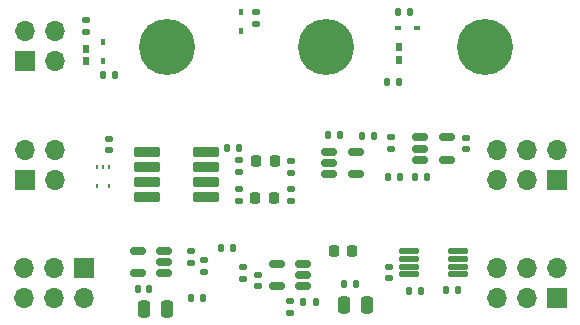
<source format=gbr>
%TF.GenerationSoftware,KiCad,Pcbnew,8.0.6*%
%TF.CreationDate,2024-11-25T15:59:33+01:00*%
%TF.ProjectId,EMG_amplifier,454d475f-616d-4706-9c69-666965722e6b,rev?*%
%TF.SameCoordinates,Original*%
%TF.FileFunction,Soldermask,Top*%
%TF.FilePolarity,Negative*%
%FSLAX46Y46*%
G04 Gerber Fmt 4.6, Leading zero omitted, Abs format (unit mm)*
G04 Created by KiCad (PCBNEW 8.0.6) date 2024-11-25 15:59:33*
%MOMM*%
%LPD*%
G01*
G04 APERTURE LIST*
G04 Aperture macros list*
%AMRoundRect*
0 Rectangle with rounded corners*
0 $1 Rounding radius*
0 $2 $3 $4 $5 $6 $7 $8 $9 X,Y pos of 4 corners*
0 Add a 4 corners polygon primitive as box body*
4,1,4,$2,$3,$4,$5,$6,$7,$8,$9,$2,$3,0*
0 Add four circle primitives for the rounded corners*
1,1,$1+$1,$2,$3*
1,1,$1+$1,$4,$5*
1,1,$1+$1,$6,$7*
1,1,$1+$1,$8,$9*
0 Add four rect primitives between the rounded corners*
20,1,$1+$1,$2,$3,$4,$5,0*
20,1,$1+$1,$4,$5,$6,$7,0*
20,1,$1+$1,$6,$7,$8,$9,0*
20,1,$1+$1,$8,$9,$2,$3,0*%
G04 Aperture macros list end*
%ADD10R,1.700000X1.700000*%
%ADD11O,1.700000X1.700000*%
%ADD12RoundRect,0.135000X0.185000X-0.135000X0.185000X0.135000X-0.185000X0.135000X-0.185000X-0.135000X0*%
%ADD13RoundRect,0.135000X0.135000X0.185000X-0.135000X0.185000X-0.135000X-0.185000X0.135000X-0.185000X0*%
%ADD14RoundRect,0.225000X-0.225000X-0.250000X0.225000X-0.250000X0.225000X0.250000X-0.225000X0.250000X0*%
%ADD15RoundRect,0.140000X-0.170000X0.140000X-0.170000X-0.140000X0.170000X-0.140000X0.170000X0.140000X0*%
%ADD16RoundRect,0.135000X-0.135000X-0.185000X0.135000X-0.185000X0.135000X0.185000X-0.135000X0.185000X0*%
%ADD17R,0.204000X0.353200*%
%ADD18RoundRect,0.140000X0.170000X-0.140000X0.170000X0.140000X-0.170000X0.140000X-0.170000X-0.140000X0*%
%ADD19RoundRect,0.140000X0.140000X0.170000X-0.140000X0.170000X-0.140000X-0.170000X0.140000X-0.170000X0*%
%ADD20C,4.750000*%
%ADD21RoundRect,0.225000X0.225000X0.250000X-0.225000X0.250000X-0.225000X-0.250000X0.225000X-0.250000X0*%
%ADD22RoundRect,0.125000X0.687500X0.125000X-0.687500X0.125000X-0.687500X-0.125000X0.687500X-0.125000X0*%
%ADD23RoundRect,0.135000X-0.185000X0.135000X-0.185000X-0.135000X0.185000X-0.135000X0.185000X0.135000X0*%
%ADD24RoundRect,0.250000X0.250000X0.475000X-0.250000X0.475000X-0.250000X-0.475000X0.250000X-0.475000X0*%
%ADD25RoundRect,0.140000X-0.140000X-0.170000X0.140000X-0.170000X0.140000X0.170000X-0.140000X0.170000X0*%
%ADD26RoundRect,0.100500X-0.986500X-0.301500X0.986500X-0.301500X0.986500X0.301500X-0.986500X0.301500X0*%
%ADD27RoundRect,0.250000X-0.250000X-0.475000X0.250000X-0.475000X0.250000X0.475000X-0.250000X0.475000X0*%
%ADD28R,0.558800X0.711200*%
%ADD29R,0.508000X0.355600*%
%ADD30R,0.355600X0.508000*%
%ADD31RoundRect,0.150000X0.512500X0.150000X-0.512500X0.150000X-0.512500X-0.150000X0.512500X-0.150000X0*%
%ADD32RoundRect,0.150000X-0.512500X-0.150000X0.512500X-0.150000X0.512500X0.150000X-0.512500X0.150000X0*%
G04 APERTURE END LIST*
D10*
%TO.C,J4*%
X59528000Y-27294600D03*
D11*
X59528000Y-24754600D03*
X56988000Y-27294600D03*
X56988000Y-24754600D03*
X54448000Y-27294600D03*
X54448000Y-24754600D03*
%TD*%
D12*
%TO.C,R23*%
X28544550Y-34370000D03*
X28544550Y-33350000D03*
%TD*%
D10*
%TO.C,J7*%
X19487400Y-34764800D03*
D11*
X19487400Y-37304800D03*
X16947400Y-34764800D03*
X16947400Y-37304800D03*
X14407400Y-34764800D03*
X14407400Y-37304800D03*
%TD*%
D13*
%TO.C,R14*%
X48000000Y-36670000D03*
X46980000Y-36670000D03*
%TD*%
D14*
%TO.C,C2*%
X34085000Y-25690000D03*
X35635000Y-25690000D03*
%TD*%
D15*
%TO.C,C12*%
X21595000Y-23830000D03*
X21595000Y-24790000D03*
%TD*%
D16*
%TO.C,R10*%
X41530000Y-36140000D03*
X42550000Y-36140000D03*
%TD*%
D17*
%TO.C,U7*%
X21600000Y-26201398D03*
X21100001Y-26201398D03*
X20600002Y-26201398D03*
X20600002Y-27850000D03*
X21600000Y-27850000D03*
%TD*%
D18*
%TO.C,C24*%
X34250000Y-36300000D03*
X34250000Y-35340000D03*
%TD*%
D19*
%TO.C,C21*%
X44020000Y-23560000D03*
X43060000Y-23560000D03*
%TD*%
D13*
%TO.C,R34*%
X32120000Y-33070000D03*
X31100000Y-33070000D03*
%TD*%
D12*
%TO.C,R9*%
X37050000Y-26730000D03*
X37050000Y-25710000D03*
%TD*%
D20*
%TO.C,E3*%
X26531600Y-16067200D03*
%TD*%
D13*
%TO.C,R3*%
X46149900Y-19020000D03*
X45129900Y-19020000D03*
%TD*%
%TO.C,R16*%
X41160000Y-23500000D03*
X40140000Y-23500000D03*
%TD*%
D15*
%TO.C,C22*%
X51800000Y-23720000D03*
X51800000Y-24680000D03*
%TD*%
D21*
%TO.C,C3*%
X42220000Y-33290000D03*
X40670000Y-33290000D03*
%TD*%
D13*
%TO.C,R11*%
X39100000Y-37670000D03*
X38080000Y-37670000D03*
%TD*%
D22*
%TO.C,U2*%
X51200000Y-35300000D03*
X51200000Y-34650000D03*
X51200000Y-34000000D03*
X51200000Y-33350000D03*
X46975000Y-33350000D03*
X46975000Y-34000000D03*
X46975000Y-34650000D03*
X46975000Y-35300000D03*
%TD*%
D23*
%TO.C,R15*%
X45500000Y-23690000D03*
X45500000Y-24710000D03*
%TD*%
D24*
%TO.C,C10*%
X26490000Y-38204850D03*
X24590000Y-38204850D03*
%TD*%
D12*
%TO.C,R4*%
X19650000Y-14800000D03*
X19650000Y-13780000D03*
%TD*%
%TO.C,R8*%
X37050000Y-29110000D03*
X37050000Y-28090000D03*
%TD*%
D16*
%TO.C,R31*%
X45270000Y-27030000D03*
X46290000Y-27030000D03*
%TD*%
D25*
%TO.C,C23*%
X24030000Y-36560000D03*
X24990000Y-36560000D03*
%TD*%
D12*
%TO.C,R6*%
X32620000Y-29120000D03*
X32620000Y-28100000D03*
%TD*%
D16*
%TO.C,R32*%
X47550000Y-27030000D03*
X48570000Y-27030000D03*
%TD*%
D20*
%TO.C,E2*%
X40000400Y-16067200D03*
%TD*%
D19*
%TO.C,C20*%
X32580000Y-24570000D03*
X31620000Y-24570000D03*
%TD*%
D26*
%TO.C,U8*%
X24860000Y-24920000D03*
X24860000Y-26190000D03*
X24860000Y-27460000D03*
X24860000Y-28730000D03*
X29800000Y-28730000D03*
X29800000Y-27460000D03*
X29800000Y-26190000D03*
X29800000Y-24920000D03*
%TD*%
D18*
%TO.C,C9*%
X29694550Y-35070000D03*
X29694550Y-34110000D03*
%TD*%
D27*
%TO.C,C4*%
X41540000Y-37900000D03*
X43440000Y-37900000D03*
%TD*%
D15*
%TO.C,C25*%
X45300000Y-34650000D03*
X45300000Y-35610000D03*
%TD*%
D28*
%TO.C,L2*%
X19650000Y-16229300D03*
X19650000Y-17270700D03*
%TD*%
D12*
%TO.C,R5*%
X34040000Y-14100000D03*
X34040000Y-13080000D03*
%TD*%
D16*
%TO.C,R13*%
X50170000Y-36660000D03*
X51190000Y-36660000D03*
%TD*%
D12*
%TO.C,R33*%
X32950000Y-35710000D03*
X32950000Y-34690000D03*
%TD*%
D20*
%TO.C,E1*%
X53469200Y-16067200D03*
%TD*%
D10*
%TO.C,J1*%
X14498800Y-17255000D03*
D11*
X17038800Y-17255000D03*
X14498800Y-14715000D03*
X17038800Y-14715000D03*
%TD*%
D13*
%TO.C,R22*%
X29560000Y-37300000D03*
X28540000Y-37300000D03*
%TD*%
D12*
%TO.C,R7*%
X32640000Y-26670000D03*
X32640000Y-25650000D03*
%TD*%
D13*
%TO.C,R1*%
X47140000Y-13050000D03*
X46120000Y-13050000D03*
%TD*%
D23*
%TO.C,R12*%
X36930000Y-37550000D03*
X36930000Y-38570000D03*
%TD*%
D13*
%TO.C,R2*%
X22120000Y-18450000D03*
X21100000Y-18450000D03*
%TD*%
D14*
%TO.C,C1*%
X34015000Y-28840000D03*
X35565000Y-28840000D03*
%TD*%
D28*
%TO.C,L1*%
X46139900Y-16083650D03*
X46139900Y-17125050D03*
%TD*%
D10*
%TO.C,J3*%
X59528000Y-37309400D03*
D11*
X59528000Y-34769400D03*
X56988000Y-37309400D03*
X56988000Y-34769400D03*
X54448000Y-37309400D03*
X54448000Y-34769400D03*
%TD*%
D10*
%TO.C,J2*%
X14498800Y-27294600D03*
D11*
X17038800Y-27294600D03*
X14498800Y-24754600D03*
X17038800Y-24754600D03*
%TD*%
D29*
%TO.C,D1*%
X46120000Y-14430000D03*
X47720200Y-14430000D03*
%TD*%
D30*
%TO.C,D2*%
X21100000Y-17250000D03*
X21100000Y-15649800D03*
%TD*%
%TO.C,D3*%
X32770000Y-13070000D03*
X32770000Y-14670200D03*
%TD*%
D31*
%TO.C,U1*%
X26307650Y-35200000D03*
X26307650Y-34250000D03*
X26307650Y-33300000D03*
X24032650Y-33300000D03*
X24032650Y-35200000D03*
%TD*%
%TO.C,U3*%
X38072500Y-36280000D03*
X38072500Y-35330000D03*
X38072500Y-34380000D03*
X35797500Y-34380000D03*
X35797500Y-36280000D03*
%TD*%
D32*
%TO.C,U5*%
X47947500Y-23710000D03*
X47947500Y-24660000D03*
X47947500Y-25610000D03*
X50222500Y-25610000D03*
X50222500Y-23710000D03*
%TD*%
%TO.C,U6*%
X40267500Y-24900000D03*
X40267500Y-25850000D03*
X40267500Y-26800000D03*
X42542500Y-26800000D03*
X42542500Y-24900000D03*
%TD*%
M02*

</source>
